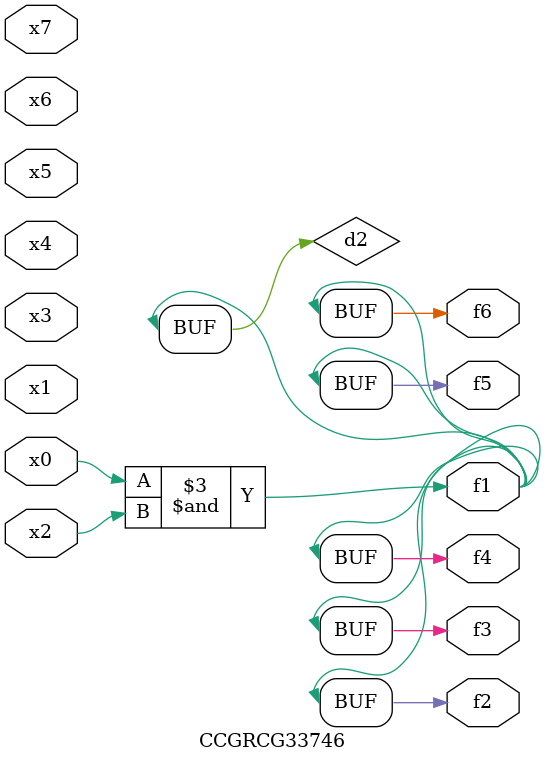
<source format=v>
module CCGRCG33746(
	input x0, x1, x2, x3, x4, x5, x6, x7,
	output f1, f2, f3, f4, f5, f6
);

	wire d1, d2;

	nor (d1, x3, x6);
	and (d2, x0, x2);
	assign f1 = d2;
	assign f2 = d2;
	assign f3 = d2;
	assign f4 = d2;
	assign f5 = d2;
	assign f6 = d2;
endmodule

</source>
